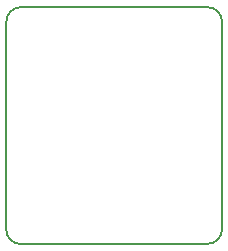
<source format=gbr>
G04 #@! TF.GenerationSoftware,KiCad,Pcbnew,(5.0.0)*
G04 #@! TF.CreationDate,2019-01-08T23:43:22-05:00*
G04 #@! TF.ProjectId,JST Breakout,4A535420427265616B6F75742E6B6963,rev?*
G04 #@! TF.SameCoordinates,Original*
G04 #@! TF.FileFunction,Profile,NP*
%FSLAX46Y46*%
G04 Gerber Fmt 4.6, Leading zero omitted, Abs format (unit mm)*
G04 Created by KiCad (PCBNEW (5.0.0)) date 01/08/19 23:43:22*
%MOMM*%
%LPD*%
G01*
G04 APERTURE LIST*
%ADD10C,0.150000*%
G04 APERTURE END LIST*
D10*
X116865400Y-78028800D02*
G75*
G02X118084600Y-79248000I0J-1219200D01*
G01*
X118084600Y-96850200D02*
G75*
G02X116865400Y-98069400I-1219200J0D01*
G01*
X101041200Y-98094800D02*
G75*
G02X99822000Y-96875600I0J1219200D01*
G01*
X99822000Y-79248000D02*
G75*
G02X101041200Y-78028800I1219200J0D01*
G01*
X101041200Y-78028800D02*
X116840000Y-78028800D01*
X118084600Y-79248000D02*
X118084600Y-96850200D01*
X116840000Y-98069400D02*
X101066600Y-98094800D01*
X99822000Y-96850200D02*
X99822000Y-79248000D01*
M02*

</source>
